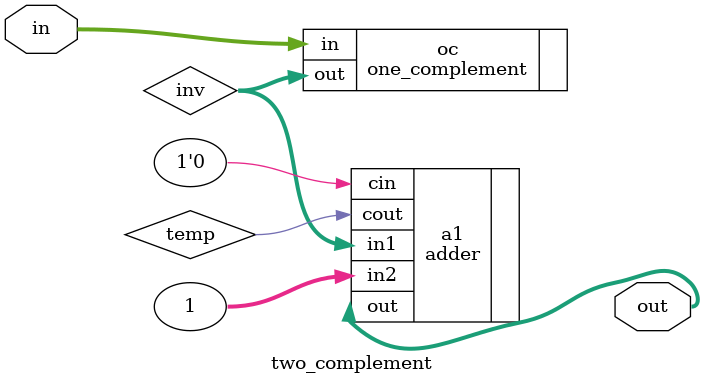
<source format=v>
`timescale 1ns / 1ps


module two_complement #(parameter N =32)(in, out);
    input [N-1:0] in;
    output [N-1:0] out;
    
    wire [N-1:0] inv;
    wire temp;
    one_complement oc(.in(in), .out(inv));
    adder a1(.in1(inv), .in2(32'b1), .out(out), .cout(temp), .cin(1'b0));    
endmodule

</source>
